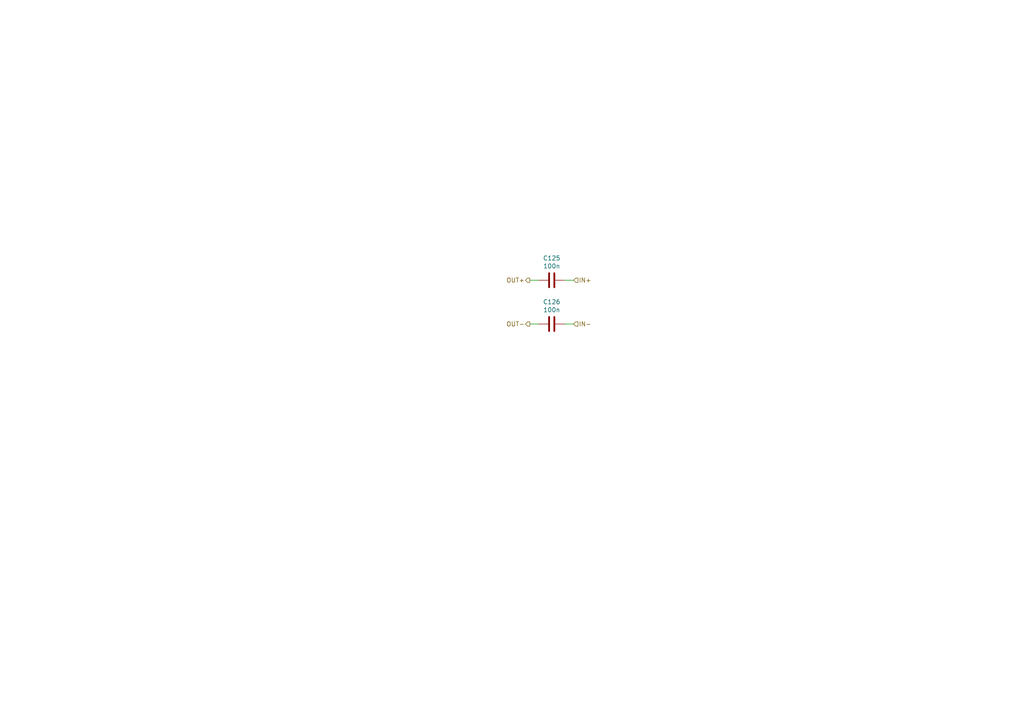
<source format=kicad_sch>
(kicad_sch (version 20250114) (generator "eeschema") (generator_version "9.0")
  (paper "A4")
  (title_block (title "PCIexpress_x4_full") (company "Author: Luca Anastasio"))
  (lib_symbols
    (symbol "Device:C" (pin_numbers (hide yes)) (pin_names (offset 0.254))
      (property "Reference" "C" (at 0.635 2.54 0))
      (property "Value" "C" (at 0.635 -2.54 0))
      (symbol "C_0_1"
        (polyline (pts (xy -2.032 0.762) (xy 2.032 0.762)) (stroke (width 0.508)))
        (polyline (pts (xy -2.032 -0.762) (xy 2.032 -0.762)) (stroke (width 0.508)))
      )
      (symbol "C_1_1"
        (pin passive line (at 0 3.81 270) (length 2.794) (name "~") (number "1"))
        (pin passive line (at 0 -3.81 90) (length 2.794) (name "~") (number "2"))
      )
    )
  )
  (wire (pts (xy 156.21 81.28) (xy 153.67 81.28)))
  (wire (pts (xy 163.83 81.28) (xy 166.37 81.28)))
  (wire (pts (xy 156.21 93.98) (xy 153.67 93.98)))
  (wire (pts (xy 163.83 93.98) (xy 166.37 93.98)))
  (hierarchical_label "IN+" (shape input) (at 166.37 81.28 0))
  (hierarchical_label "OUT+" (shape output) (at 153.67 81.28 180))
  (hierarchical_label "OUT-" (shape output) (at 153.67 93.98 180))
  (hierarchical_label "IN-" (shape input) (at 166.37 93.98 0))
  (symbol (lib_id "Device:C") (at 160.02 81.28 270) (unit 1)
    (property "Reference" "C125" (at 160.02 74.8792 90))
    (property "Value" "100n" (at 160.02 77.1906 90))
    (property "Footprint" "Capacitor_SMD:C_0603_1608Metric" (effects (hide yes)))
    (instances (project "" (path "" (reference "C125") (unit 1)) (path "" (reference "C135") (unit 1)) (path "" (reference "C145") (unit 1)) (path "" (reference "C155") (unit 1))))
  )
  (symbol (lib_id "Device:C") (at 160.02 93.98 90) (mirror x) (unit 1)
    (property "Reference" "C126" (at 160.02 87.5792 90))
    (property "Value" "100n" (at 160.02 89.8906 90))
    (property "Footprint" "Capacitor_SMD:C_0603_1608Metric" (effects (hide yes)))
    (instances (project "" (path "" (reference "C126") (unit 1)) (path "" (reference "C136") (unit 1)) (path "" (reference "C146") (unit 1)) (path "" (reference "C156") (unit 1))))
  )
)
</source>
